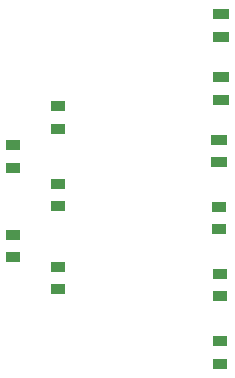
<source format=gbp>
G04*
G04 #@! TF.GenerationSoftware,Altium Limited,Altium Designer,23.4.1 (23)*
G04*
G04 Layer_Color=128*
%FSLAX44Y44*%
%MOMM*%
G71*
G04*
G04 #@! TF.SameCoordinates,22DA07C4-7428-49AA-B022-60C06839F0DC*
G04*
G04*
G04 #@! TF.FilePolarity,Positive*
G04*
G01*
G75*
%ADD14R,1.3000X0.9000*%
%ADD41R,1.4500X0.9000*%
D14*
X70000Y155500D02*
D03*
Y174500D02*
D03*
Y221000D02*
D03*
Y240000D02*
D03*
X207250Y79250D02*
D03*
Y98250D02*
D03*
X207500Y22250D02*
D03*
Y41250D02*
D03*
X206500Y155000D02*
D03*
Y136000D02*
D03*
X70000Y85500D02*
D03*
Y104500D02*
D03*
X32500Y131500D02*
D03*
Y112500D02*
D03*
Y207000D02*
D03*
Y188000D02*
D03*
D41*
X208500Y299250D02*
D03*
Y318250D02*
D03*
X207000Y192750D02*
D03*
Y211750D02*
D03*
X208000Y245750D02*
D03*
Y264750D02*
D03*
M02*

</source>
